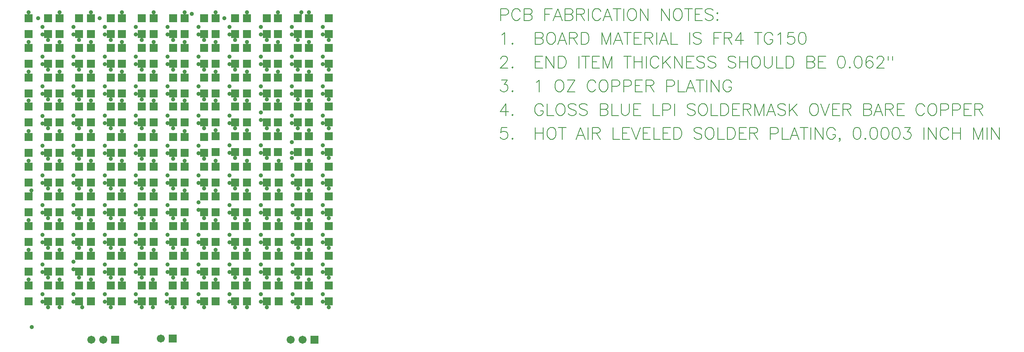
<source format=gts>
G04 CAM350 V10.1.0 (Build 363) Date:  Mon Jun 15 21:36:37 2015 *
G04 Database: (Untitled) *
G04 Layer 12: PCB1.GTS *
%FSLAX25Y25*%
%MOIN*%
%SFA1.000B1.000*%

%MIA0B0*%
%IPPOS*%
%ADD47R,0.06800X0.06800*%
%ADD48R,0.06706X0.06706*%
%ADD49C,0.06706*%
%ADD50C,0.03600*%
%ADD53C,0.00800*%
%LNPCB1.GTS*%
%LPD*%
G54D47*
X360733Y235800D03*
X377268D03*
Y249200D03*
X360733D03*
Y274200D03*
X377268D03*
Y260800D03*
X360733D03*
Y285800D03*
X377268D03*
Y299200D03*
X360733D03*
Y324200D03*
X377268D03*
Y310800D03*
X360733D03*
Y335800D03*
X377268D03*
Y349200D03*
X360733D03*
Y374700D03*
X377268D03*
Y361300D03*
X360733D03*
Y386300D03*
X377268D03*
Y399700D03*
X360733D03*
Y424200D03*
X377268D03*
Y410800D03*
X360733D03*
Y435800D03*
X377268D03*
Y449200D03*
X360733D03*
Y474200D03*
X377268D03*
Y460800D03*
X360733D03*
X335233Y235800D03*
X351768D03*
Y249200D03*
X335233D03*
Y274200D03*
X351768D03*
Y260800D03*
X335233D03*
Y285800D03*
X351768D03*
Y299200D03*
X335233D03*
Y324200D03*
X351768D03*
Y310800D03*
X335233D03*
Y335800D03*
X351768D03*
Y349200D03*
X335233D03*
X334733Y374700D03*
X351268D03*
Y361300D03*
X334733D03*
Y386300D03*
X351268D03*
Y399700D03*
X334733D03*
Y424200D03*
X351268D03*
Y410800D03*
X334733D03*
Y435800D03*
X351268D03*
Y449200D03*
X334733D03*
Y474200D03*
X351268D03*
Y460800D03*
X334733D03*
X308733Y235800D03*
X325268D03*
Y249200D03*
X308733D03*
Y274200D03*
X325268D03*
Y260800D03*
X308733D03*
Y285800D03*
X325268D03*
Y299200D03*
X308733D03*
Y324200D03*
X325268D03*
Y310800D03*
X308733D03*
Y335800D03*
X325268D03*
Y349200D03*
X308733D03*
Y374700D03*
X325268D03*
Y361300D03*
X308733D03*
Y386300D03*
X325268D03*
Y399700D03*
X308733D03*
Y424200D03*
X325268D03*
Y410800D03*
X308733D03*
Y435800D03*
X325268D03*
Y449200D03*
X308733D03*
Y474200D03*
X325268D03*
Y460800D03*
X308733D03*
X282233Y235800D03*
X298768D03*
Y249200D03*
X282233D03*
Y274200D03*
X298768D03*
Y260800D03*
X282233D03*
Y285800D03*
X298768D03*
Y299200D03*
X282233D03*
Y324200D03*
X298768D03*
Y310800D03*
X282233D03*
Y335800D03*
X298768D03*
Y349200D03*
X282233D03*
Y374700D03*
X298768D03*
Y361300D03*
X282233D03*
Y386300D03*
X298768D03*
Y399700D03*
X282233D03*
Y424200D03*
X298768D03*
Y410800D03*
X282233D03*
Y435800D03*
X298768D03*
Y449200D03*
X282233D03*
Y474200D03*
X298768D03*
Y460800D03*
X282233D03*
X256233Y235800D03*
X272768D03*
Y249200D03*
X256233D03*
Y274200D03*
X272768D03*
Y260800D03*
X256233D03*
Y285800D03*
X272768D03*
Y299200D03*
X256233D03*
Y324200D03*
X272768D03*
Y310800D03*
X256233D03*
Y335800D03*
X272768D03*
Y349200D03*
X256233D03*
Y374200D03*
X272768D03*
Y360800D03*
X256233D03*
Y386300D03*
X272768D03*
Y399700D03*
X256233D03*
Y424200D03*
X272768D03*
Y410800D03*
X256233D03*
Y435800D03*
X272768D03*
Y449200D03*
X256233D03*
Y474200D03*
X272768D03*
Y460800D03*
X256233D03*
X229733Y235800D03*
X246268D03*
Y249200D03*
X229733D03*
X230233Y274200D03*
X246768D03*
Y260800D03*
X230233D03*
Y285800D03*
X246768D03*
Y299200D03*
X230233D03*
Y324200D03*
X246768D03*
Y310800D03*
X230233D03*
Y335800D03*
X246768D03*
Y349200D03*
X230233D03*
Y374200D03*
X246768D03*
Y360800D03*
X230233D03*
Y386300D03*
X246768D03*
Y399700D03*
X230233D03*
Y424200D03*
X246768D03*
Y410800D03*
X230233D03*
Y435800D03*
X246768D03*
Y449200D03*
X230233D03*
Y474200D03*
X246768D03*
Y460800D03*
X230233D03*
X203733Y235800D03*
X220268D03*
Y249200D03*
X203733D03*
Y274200D03*
X220268D03*
Y260800D03*
X203733D03*
Y285800D03*
X220268D03*
Y299200D03*
X203733D03*
Y324200D03*
X220268D03*
Y310800D03*
X203733D03*
Y335800D03*
X220268D03*
Y349200D03*
X203733D03*
Y374200D03*
X220268D03*
Y360800D03*
X203733D03*
Y386300D03*
X220268D03*
Y399700D03*
X203733D03*
Y424200D03*
X220268D03*
Y410800D03*
X203733D03*
Y435800D03*
X220268D03*
Y449200D03*
X203733D03*
Y474200D03*
X220268D03*
Y460800D03*
X203733D03*
X177733Y235800D03*
X194268D03*
Y249200D03*
X177733D03*
Y274200D03*
X194268D03*
Y260800D03*
X177733D03*
Y285800D03*
X194268D03*
Y299200D03*
X177733D03*
Y324200D03*
X194268D03*
Y310800D03*
X177733D03*
Y335800D03*
X194268D03*
Y349200D03*
X177733D03*
Y374200D03*
X194268D03*
Y360800D03*
X177733D03*
Y386300D03*
X194268D03*
Y399700D03*
X177733D03*
Y424200D03*
X194268D03*
Y410800D03*
X177733D03*
Y435800D03*
X194268D03*
Y449200D03*
X177733D03*
Y474200D03*
X194268D03*
Y460800D03*
X177733D03*
X151233Y235800D03*
X167768D03*
Y249200D03*
X151233D03*
Y274200D03*
X167768D03*
Y260800D03*
X151233D03*
Y285800D03*
X167768D03*
Y299200D03*
X151233D03*
Y324200D03*
X167768D03*
Y310800D03*
X151233D03*
Y335800D03*
X167768D03*
Y349200D03*
X151233D03*
Y374200D03*
X167768D03*
Y360800D03*
X151233D03*
Y386300D03*
X167768D03*
Y399700D03*
X151233D03*
Y424200D03*
X167768D03*
Y410800D03*
X151233D03*
Y435800D03*
X167768D03*
Y449200D03*
X151233D03*
Y474200D03*
X167768D03*
Y460800D03*
X151233D03*
X125233Y235800D03*
X141768D03*
Y249200D03*
X125233D03*
Y274200D03*
X141768D03*
Y260800D03*
X125233D03*
Y285800D03*
X141768D03*
Y299200D03*
X125233D03*
Y324200D03*
X141768D03*
Y310800D03*
X125233D03*
Y335800D03*
X141768D03*
Y349200D03*
X125233D03*
Y374200D03*
X141768D03*
Y360800D03*
X125233D03*
Y386300D03*
X141768D03*
Y399700D03*
X125233D03*
Y424200D03*
X141768D03*
Y410800D03*
X125233D03*
Y435800D03*
X141768D03*
Y449200D03*
X125233D03*
Y474200D03*
X141768D03*
Y460800D03*
X125233D03*
G54D48*
X246500Y204500D03*
X198000Y203500D03*
X365500D03*
G54D49*
X236500Y204500D03*
X188000Y203500D03*
X178000D03*
X345500D03*
X355500D03*
G54D50*
X354400Y479100D03*
X308700Y230900D03*
X256200D03*
X289600Y474200D03*
X262500Y477800D03*
X229700Y230900D03*
X185100Y474200D03*
X151233Y230900D03*
X170268D03*
X127733Y329100D03*
X133300Y474200D03*
X162869Y262850D03*
Y269150D03*
X267869Y312850D03*
Y319150D03*
X320369Y388350D03*
Y394650D03*
X346268Y356400D03*
X346369Y369650D03*
X136869Y235350D03*
X141768Y230900D03*
X162869Y235350D03*
X136869Y260350D03*
X141768Y255900D03*
X189369Y235350D03*
X167768Y255900D03*
X136869Y285350D03*
X194268Y230900D03*
X141768Y280900D03*
X189369Y260350D03*
X162869Y285350D03*
X194268Y255900D03*
X215369Y235350D03*
X167768Y280900D03*
X220268Y230900D03*
X136869Y310350D03*
X189369Y285350D03*
X141768Y305900D03*
X215369Y260350D03*
X194268Y280900D03*
X162869Y310350D03*
X220268Y255900D03*
X167768Y305900D03*
X241369Y235350D03*
X215369Y285350D03*
X189369Y310350D03*
X246268Y230900D03*
X136869Y335350D03*
X241869Y260350D03*
X141768Y330900D03*
X220268Y280900D03*
X194268Y305900D03*
X162869Y335350D03*
X246768Y255900D03*
X167768Y330900D03*
X215369Y310350D03*
X267869Y235350D03*
X241869Y285350D03*
X189369Y335350D03*
X220268Y305900D03*
X272768Y230900D03*
X246768Y280900D03*
X136869Y360350D03*
X194268Y330900D03*
X267869Y260350D03*
X141768Y355900D03*
X162869Y360350D03*
X241869Y310350D03*
X272768Y255900D03*
X215369Y335350D03*
X167768Y355900D03*
X267869Y285350D03*
X246768Y305900D03*
X220268Y330900D03*
X293869Y235350D03*
X189369Y360350D03*
X272768Y280900D03*
X194268Y355900D03*
X298768Y230900D03*
X293869Y260350D03*
X136869Y385350D03*
X241869Y335350D03*
X141768Y381400D03*
X215369Y360350D03*
X162869Y385850D03*
X246768Y330900D03*
X298768Y255900D03*
X167768Y381400D03*
X272768Y305900D03*
X220268Y355900D03*
X293869Y285350D03*
X189369Y385850D03*
X320369Y235350D03*
X298768Y280900D03*
X267869Y335350D03*
X194268Y381400D03*
X241869Y360350D03*
X293869Y310350D03*
X320369Y260350D03*
X136869Y410350D03*
X325268Y230900D03*
X141768Y405900D03*
X272768Y330900D03*
X246768Y355900D03*
X215369Y385850D03*
X162869Y410350D03*
X298768Y305900D03*
X220268Y381400D03*
X325268Y255900D03*
X167768Y405900D03*
X320369Y285350D03*
X267869Y360350D03*
X189369Y410350D03*
X293869Y335350D03*
X241869Y385850D03*
X346869Y235350D03*
X194268Y405900D03*
X325268Y280900D03*
X272768Y355900D03*
X298768Y330900D03*
X320369Y310350D03*
X246768Y381400D03*
X215369Y410350D03*
X136869Y435350D03*
X346869Y260350D03*
X351768Y230900D03*
X141768Y430900D03*
X220268Y405900D03*
X162869Y435350D03*
X325268Y305900D03*
X293869Y360850D03*
X267869Y385850D03*
X167768Y430900D03*
X351768Y255900D03*
X346869Y285350D03*
X320369Y335350D03*
X189369Y435350D03*
X241869Y410350D03*
X272768Y381400D03*
X298768Y356400D03*
X194268Y430900D03*
X351768Y280900D03*
X372369Y235350D03*
X246768Y405900D03*
X325268Y330900D03*
X346869Y310350D03*
X215369Y435350D03*
X372369Y260350D03*
X136869Y460350D03*
X293869Y385850D03*
X377268Y230900D03*
X141768Y455900D03*
X220268Y430900D03*
X320369Y360850D03*
X267869Y410350D03*
X351768Y305900D03*
X162869Y460350D03*
X298768Y381400D03*
X167768Y455900D03*
X372369Y285350D03*
X377268Y255900D03*
X272768Y405900D03*
X346869Y335350D03*
X325268Y356400D03*
X241869Y435350D03*
X189369Y460350D03*
X246768Y430900D03*
X194268Y455900D03*
X351768Y330900D03*
X377268Y280900D03*
X372369Y310350D03*
X293869Y410350D03*
X215369Y460350D03*
X346369Y360850D03*
X267869Y435350D03*
X298768Y405900D03*
X220268Y455900D03*
X325268Y381400D03*
X377268Y305900D03*
X272768Y430900D03*
X372369Y335350D03*
X241869Y460350D03*
X320369Y410350D03*
X246768Y455900D03*
X377268Y330900D03*
X293869Y435350D03*
X346369Y385850D03*
X325268Y405900D03*
X372369Y360850D03*
X298768Y430900D03*
X267869Y460350D03*
X351268Y381400D03*
X272768Y455900D03*
X377268Y356400D03*
X346369Y410350D03*
X320369Y435350D03*
X372369Y385850D03*
X293869Y460350D03*
X325268Y430900D03*
X351268Y405900D03*
X298768Y455900D03*
X377268Y381400D03*
X346369Y435350D03*
X372369Y410350D03*
X320369Y460350D03*
X351268Y430900D03*
X325268Y455900D03*
X377268Y405900D03*
X372369Y435350D03*
X346369Y460350D03*
X351268Y455900D03*
X377268Y430900D03*
X372369Y460350D03*
X377268Y455900D03*
X128175Y214000D03*
X136869Y241650D03*
X125233Y254100D03*
X162869Y241650D03*
X151233Y254100D03*
X136869Y266650D03*
X125233Y279100D03*
X177733Y254100D03*
X189369Y241650D03*
X151233Y279100D03*
X136869Y291650D03*
X125233Y304100D03*
X189369Y266650D03*
X177733Y279100D03*
X203733Y254100D03*
X162869Y291650D03*
X215369Y241650D03*
X151233Y304100D03*
X136869Y316650D03*
X203733Y279100D03*
X189369Y291650D03*
X215369Y266650D03*
X177733Y304100D03*
X229733Y254100D03*
X162869Y316650D03*
X241369Y241650D03*
X151233Y329100D03*
X215369Y291650D03*
X203733Y304100D03*
X230233Y279100D03*
X189369Y316650D03*
X241869Y266650D03*
X136869Y341650D03*
X177733Y329100D03*
X125233Y354100D03*
X256233Y254100D03*
X162869Y341650D03*
X267869Y241650D03*
X151233Y354100D03*
X215369Y316650D03*
X230233Y304100D03*
X203733Y329100D03*
X241869Y291650D03*
X189369Y341650D03*
X256233Y279100D03*
X267869Y266650D03*
X177733Y354100D03*
X136869Y366650D03*
X125233Y379100D03*
X241869Y316650D03*
X230233Y329100D03*
X282233Y254100D03*
X162869Y366650D03*
X215369Y341650D03*
X256233Y304100D03*
X203733Y354100D03*
X267869Y291650D03*
X293869Y241650D03*
X151233Y379100D03*
X189369Y366650D03*
X282233Y279100D03*
X177733Y379100D03*
X293869Y266650D03*
X136869Y391650D03*
X241869Y341650D03*
X256233Y329100D03*
X230233Y354100D03*
X215369Y366650D03*
X282233Y304100D03*
X162869Y392150D03*
X125233Y404600D03*
X308733Y254100D03*
X203733Y379100D03*
X293869Y291650D03*
X151233Y404600D03*
X320369Y241650D03*
X189369Y392150D03*
X308733Y279100D03*
X256233Y354100D03*
X267869Y341650D03*
X177733Y404600D03*
X241869Y366650D03*
X282233Y329100D03*
X320369Y266650D03*
X230233Y379100D03*
X293869Y316650D03*
X136869Y416650D03*
X215369Y392150D03*
X308733Y304100D03*
X203733Y404600D03*
X162869Y416650D03*
X125233Y429100D03*
X320369Y291650D03*
X335233Y254100D03*
X151233Y429100D03*
X267869Y366650D03*
X282233Y354100D03*
X256233Y379100D03*
X293869Y341650D03*
X346869Y241650D03*
X189369Y416650D03*
X241869Y392150D03*
X335233Y279100D03*
X308733Y329100D03*
X230233Y404600D03*
X177733Y429100D03*
X320369Y316650D03*
X346869Y266650D03*
X215369Y416650D03*
X136869Y441650D03*
X335233Y304100D03*
X203733Y429100D03*
X162869Y441650D03*
X282233Y379600D03*
X293869Y367150D03*
X346869Y291650D03*
X125233Y454100D03*
X267869Y392150D03*
X308733Y354100D03*
X360733Y254100D03*
X256233Y404600D03*
X320369Y341650D03*
X151233Y454100D03*
X241869Y416650D03*
X189369Y441650D03*
X372369Y241650D03*
X335233Y329100D03*
X230233Y429100D03*
X360733Y279100D03*
X346869Y316650D03*
X177733Y454100D03*
X372369Y266650D03*
X215369Y441650D03*
X293869Y392150D03*
X282233Y404600D03*
X308733Y379600D03*
X136869Y466650D03*
X320369Y367150D03*
X360733Y304100D03*
X203733Y454100D03*
X267869Y416650D03*
X256233Y429100D03*
X335233Y354100D03*
X372369Y291650D03*
X162869Y466650D03*
X346869Y341650D03*
X125233Y479100D03*
X241869Y441650D03*
X151233Y479100D03*
X189369Y466650D03*
X360733Y329100D03*
X230233Y454100D03*
X372369Y316650D03*
X177733Y479100D03*
X308733Y404600D03*
X293869Y416650D03*
X282233Y429100D03*
X334733Y379600D03*
X215369Y466650D03*
X267869Y441650D03*
X360733Y354100D03*
X256233Y454100D03*
X203733Y479100D03*
X372369Y341650D03*
X241869Y466650D03*
X320369Y416650D03*
X230233Y479100D03*
X308733Y429100D03*
X334733Y404600D03*
X346369Y392150D03*
X293869Y441650D03*
X282233Y454100D03*
X360733Y379600D03*
X372369Y367150D03*
X267869Y466650D03*
X256233Y479100D03*
X334733Y429100D03*
X346369Y416650D03*
X320369Y441650D03*
X308733Y454100D03*
X360733Y404600D03*
X372369Y392150D03*
X293869Y466650D03*
X282233Y479100D03*
X346369Y441650D03*
X334733Y454100D03*
X360733Y429100D03*
X372369Y416650D03*
X320369Y466650D03*
X308733Y479100D03*
X360733Y454100D03*
X372369Y441650D03*
X346369Y466650D03*
X334733Y479100D03*
X372369Y466650D03*
X360733Y479100D03*
G54D53*
G01X521755Y482064D02*
Y472220D01*
Y482064D02*
X525974D01*
X527380Y481595D01*
X527849Y481126D01*
X528317Y480189D01*
Y478782D01*
X527849Y477845D01*
X527380Y477376D01*
X525974Y476907D01*
X521755D01*
X538161Y479720D02*
X537692Y480657D01*
X536755Y481595D01*
X535817Y482064D01*
X533942D01*
X533005Y481595D01*
X532067Y480657D01*
X531599Y479720D01*
X531130Y478314D01*
Y475970D01*
X531599Y474564D01*
X532067Y473626D01*
X533005Y472689D01*
X533942Y472220D01*
X535817D01*
X536755Y472689D01*
X537692Y473626D01*
X538161Y474564D01*
X541442Y482064D02*
Y472220D01*
Y482064D02*
X545661D01*
X547067Y481595D01*
X547536Y481126D01*
X548005Y480189D01*
Y479251D01*
X547536Y478314D01*
X547067Y477845D01*
X545661Y477376D01*
X541442D02*
X545661D01*
X547067Y476907D01*
X547536Y476439D01*
X548005Y475501D01*
Y474095D01*
X547536Y473157D01*
X547067Y472689D01*
X545661Y472220D01*
X541442D01*
X558786Y482064D02*
Y472220D01*
Y482064D02*
X564880D01*
X558786Y477376D02*
X562536D01*
X569567Y482064D02*
X565817Y472220D01*
X569567Y482064D02*
X573317Y472220D01*
X567224Y475501D02*
X571911D01*
X575661Y482064D02*
Y472220D01*
Y482064D02*
X579880D01*
X581286Y481595D01*
X581755Y481126D01*
X582224Y480189D01*
Y479251D01*
X581755Y478314D01*
X581286Y477845D01*
X579880Y477376D01*
X575661D02*
X579880D01*
X581286Y476907D01*
X581755Y476439D01*
X582224Y475501D01*
Y474095D01*
X581755Y473157D01*
X581286Y472689D01*
X579880Y472220D01*
X575661D01*
X585505Y482064D02*
Y472220D01*
Y482064D02*
X589724D01*
X591130Y481595D01*
X591599Y481126D01*
X592067Y480189D01*
Y479251D01*
X591599Y478314D01*
X591130Y477845D01*
X589724Y477376D01*
X585505D01*
X588786D02*
X592067Y472220D01*
X595349Y482064D02*
Y472220D01*
X605661Y479720D02*
X605192Y480657D01*
X604255Y481595D01*
X603317Y482064D01*
X601442D01*
X600505Y481595D01*
X599567Y480657D01*
X599099Y479720D01*
X598630Y478314D01*
Y475970D01*
X599099Y474564D01*
X599567Y473626D01*
X600505Y472689D01*
X601442Y472220D01*
X603317D01*
X604255Y472689D01*
X605192Y473626D01*
X605661Y474564D01*
X611286Y482064D02*
X607536Y472220D01*
X611286Y482064D02*
X615036Y472220D01*
X608942Y475501D02*
X613630D01*
X619255Y482064D02*
Y472220D01*
X615974Y482064D02*
X622536D01*
X624880D02*
Y472220D01*
X630974Y482064D02*
X630036Y481595D01*
X629099Y480657D01*
X628630Y479720D01*
X628161Y478314D01*
Y475970D01*
X628630Y474564D01*
X629099Y473626D01*
X630036Y472689D01*
X630974Y472220D01*
X632849D01*
X633786Y472689D01*
X634724Y473626D01*
X635192Y474564D01*
X635661Y475970D01*
Y478314D01*
X635192Y479720D01*
X634724Y480657D01*
X633786Y481595D01*
X632849Y482064D01*
X630974D01*
X638942D02*
Y472220D01*
Y482064D02*
X645505Y472220D01*
Y482064D02*
Y472220D01*
X656755Y482064D02*
Y472220D01*
Y482064D02*
X663317Y472220D01*
Y482064D02*
Y472220D01*
X669411Y482064D02*
X668474Y481595D01*
X667536Y480657D01*
X667067Y479720D01*
X666599Y478314D01*
Y475970D01*
X667067Y474564D01*
X667536Y473626D01*
X668474Y472689D01*
X669411Y472220D01*
X671286D01*
X672224Y472689D01*
X673161Y473626D01*
X673630Y474564D01*
X674099Y475970D01*
Y478314D01*
X673630Y479720D01*
X673161Y480657D01*
X672224Y481595D01*
X671286Y482064D01*
X669411D01*
X679255D02*
Y472220D01*
X675974Y482064D02*
X682536D01*
X684880D02*
Y472220D01*
Y482064D02*
X690974D01*
X684880Y477376D02*
X688630D01*
X684880Y472220D02*
X690974D01*
X699880Y480657D02*
X698942Y481595D01*
X697536Y482064D01*
X695661D01*
X694255Y481595D01*
X693317Y480657D01*
Y479720D01*
X693786Y478782D01*
X694255Y478314D01*
X695192Y477845D01*
X698005Y476907D01*
X698942Y476439D01*
X699411Y475970D01*
X699880Y475032D01*
Y473626D01*
X698942Y472689D01*
X697536Y472220D01*
X695661D01*
X694255Y472689D01*
X693317Y473626D01*
X703630Y478782D02*
X703161Y478314D01*
X703630Y477845D01*
X704099Y478314D01*
X703630Y478782D01*
Y473157D02*
X703161Y472689D01*
X703630Y472220D01*
X704099Y472689D01*
X703630Y473157D01*
X522692Y460189D02*
X523630Y460657D01*
X525036Y462064D01*
Y452220D01*
X531599Y453157D02*
X531130Y452689D01*
X531599Y452220D01*
X532067Y452689D01*
X531599Y453157D01*
X550817Y462064D02*
Y452220D01*
Y462064D02*
X555036D01*
X556442Y461595D01*
X556911Y461126D01*
X557380Y460189D01*
Y459251D01*
X556911Y458314D01*
X556442Y457845D01*
X555036Y457376D01*
X550817D02*
X555036D01*
X556442Y456907D01*
X556911Y456439D01*
X557380Y455501D01*
Y454095D01*
X556911Y453157D01*
X556442Y452689D01*
X555036Y452220D01*
X550817D01*
X563005Y462064D02*
X562067Y461595D01*
X561130Y460657D01*
X560661Y459720D01*
X560192Y458314D01*
Y455970D01*
X560661Y454564D01*
X561130Y453626D01*
X562067Y452689D01*
X563005Y452220D01*
X564880D01*
X565817Y452689D01*
X566755Y453626D01*
X567224Y454564D01*
X567692Y455970D01*
Y458314D01*
X567224Y459720D01*
X566755Y460657D01*
X565817Y461595D01*
X564880Y462064D01*
X563005D01*
X573317D02*
X569567Y452220D01*
X573317Y462064D02*
X577067Y452220D01*
X570974Y455501D02*
X575661D01*
X579411Y462064D02*
Y452220D01*
Y462064D02*
X583630D01*
X585036Y461595D01*
X585505Y461126D01*
X585974Y460189D01*
Y459251D01*
X585505Y458314D01*
X585036Y457845D01*
X583630Y457376D01*
X579411D01*
X582692D02*
X585974Y452220D01*
X589255Y462064D02*
Y452220D01*
Y462064D02*
X592536D01*
X593942Y461595D01*
X594880Y460657D01*
X595349Y459720D01*
X595817Y458314D01*
Y455970D01*
X595349Y454564D01*
X594880Y453626D01*
X593942Y452689D01*
X592536Y452220D01*
X589255D01*
X606599Y462064D02*
Y452220D01*
Y462064D02*
X610349Y452220D01*
X614099Y462064D02*
X610349Y452220D01*
X614099Y462064D02*
Y452220D01*
X620192Y462064D02*
X616442Y452220D01*
X620192Y462064D02*
X623942Y452220D01*
X617849Y455501D02*
X622536D01*
X628161Y462064D02*
Y452220D01*
X624880Y462064D02*
X631442D01*
X633786D02*
Y452220D01*
Y462064D02*
X639880D01*
X633786Y457376D02*
X637536D01*
X633786Y452220D02*
X639880D01*
X642692Y462064D02*
Y452220D01*
Y462064D02*
X646911D01*
X648317Y461595D01*
X648786Y461126D01*
X649255Y460189D01*
Y459251D01*
X648786Y458314D01*
X648317Y457845D01*
X646911Y457376D01*
X642692D01*
X645974D02*
X649255Y452220D01*
X652536Y462064D02*
Y452220D01*
X658630Y462064D02*
X654880Y452220D01*
X658630Y462064D02*
X662380Y452220D01*
X656286Y455501D02*
X660974D01*
X664724Y462064D02*
Y452220D01*
Y452220D02*
X670349D01*
X680192Y462064D02*
Y452220D01*
X690036Y460657D02*
X689099Y461595D01*
X687692Y462064D01*
X685817D01*
X684411Y461595D01*
X683474Y460657D01*
Y459720D01*
X683942Y458782D01*
X684411Y458314D01*
X685349Y457845D01*
X688161Y456907D01*
X689099Y456439D01*
X689567Y455970D01*
X690036Y455032D01*
Y453626D01*
X689099Y452689D01*
X687692Y452220D01*
X685817D01*
X684411Y452689D01*
X683474Y453626D01*
X700817Y462064D02*
Y452220D01*
Y462064D02*
X706911D01*
X700817Y457376D02*
X704567D01*
X709255Y462064D02*
Y452220D01*
Y462064D02*
X713474D01*
X714880Y461595D01*
X715349Y461126D01*
X715817Y460189D01*
Y459251D01*
X715349Y458314D01*
X714880Y457845D01*
X713474Y457376D01*
X709255D01*
X712536D02*
X715817Y452220D01*
X723317Y462064D02*
X718630Y455501D01*
X725661D01*
X723317Y462064D02*
Y452220D01*
X737849Y462064D02*
Y452220D01*
X734567Y462064D02*
X741130D01*
X750036Y459720D02*
X749567Y460657D01*
X748630Y461595D01*
X747692Y462064D01*
X745817D01*
X744880Y461595D01*
X743942Y460657D01*
X743474Y459720D01*
X743005Y458314D01*
Y455970D01*
X743474Y454564D01*
X743942Y453626D01*
X744880Y452689D01*
X745817Y452220D01*
X747692D01*
X748630Y452689D01*
X749567Y453626D01*
X750036Y454564D01*
Y455970D01*
X747692D02*
X750036D01*
X754255Y460189D02*
X755192Y460657D01*
X756599Y462064D01*
Y452220D01*
X767849Y462064D02*
X763161D01*
X762692Y457845D01*
X763161Y458314D01*
X764567Y458782D01*
X765974D01*
X767380Y458314D01*
X768317Y457376D01*
X768786Y455970D01*
Y455032D01*
X768317Y453626D01*
X767380Y452689D01*
X765974Y452220D01*
X764567D01*
X763161Y452689D01*
X762692Y453157D01*
X762224Y454095D01*
X774411Y462064D02*
X773005Y461595D01*
X772067Y460189D01*
X771599Y457845D01*
Y456439D01*
X772067Y454095D01*
X773005Y452689D01*
X774411Y452220D01*
X775349D01*
X776755Y452689D01*
X777692Y454095D01*
X778161Y456439D01*
Y457845D01*
X777692Y460189D01*
X776755Y461595D01*
X775349Y462064D01*
X774411D01*
X521755Y439720D02*
Y440189D01*
X522224Y441126D01*
X522692Y441595D01*
X523630Y442064D01*
X525505D01*
X526442Y441595D01*
X526911Y441126D01*
X527380Y440189D01*
Y439251D01*
X526911Y438314D01*
X525974Y436907D01*
X521286Y432220D01*
X527849D01*
X531599Y433157D02*
X531130Y432689D01*
X531599Y432220D01*
X532067Y432689D01*
X531599Y433157D01*
X550817Y442064D02*
Y432220D01*
Y442064D02*
X556911D01*
X550817Y437376D02*
X554567D01*
X550817Y432220D02*
X556911D01*
X559724Y442064D02*
Y432220D01*
Y442064D02*
X566286Y432220D01*
Y442064D02*
Y432220D01*
X570036Y442064D02*
Y432220D01*
Y442064D02*
X573317D01*
X574724Y441595D01*
X575661Y440657D01*
X576130Y439720D01*
X576599Y438314D01*
Y435970D01*
X576130Y434564D01*
X575661Y433626D01*
X574724Y432689D01*
X573317Y432220D01*
X570036D01*
X587380Y442064D02*
Y432220D01*
X593005Y442064D02*
Y432220D01*
X589724Y442064D02*
X596286D01*
X598630D02*
Y432220D01*
Y442064D02*
X604724D01*
X598630Y437376D02*
X602380D01*
X598630Y432220D02*
X604724D01*
X607536Y442064D02*
Y432220D01*
Y442064D02*
X611286Y432220D01*
X615036Y442064D02*
X611286Y432220D01*
X615036Y442064D02*
Y432220D01*
X628161Y442064D02*
Y432220D01*
X624880Y442064D02*
X631442D01*
X633786D02*
Y432220D01*
X640349Y442064D02*
Y432220D01*
X633786Y437376D02*
X640349D01*
X644099Y442064D02*
Y432220D01*
X654411Y439720D02*
X653942Y440657D01*
X653005Y441595D01*
X652067Y442064D01*
X650192D01*
X649255Y441595D01*
X648317Y440657D01*
X647849Y439720D01*
X647380Y438314D01*
Y435970D01*
X647849Y434564D01*
X648317Y433626D01*
X649255Y432689D01*
X650192Y432220D01*
X652067D01*
X653005Y432689D01*
X653942Y433626D01*
X654411Y434564D01*
X657692Y442064D02*
Y432220D01*
X664255Y442064D02*
X657692Y435501D01*
X660036Y437845D02*
X664255Y432220D01*
X667536Y442064D02*
Y432220D01*
Y442064D02*
X674099Y432220D01*
Y442064D02*
Y432220D01*
X677849Y442064D02*
Y432220D01*
Y442064D02*
X683942D01*
X677849Y437376D02*
X681599D01*
X677849Y432220D02*
X683942D01*
X692849Y440657D02*
X691911Y441595D01*
X690505Y442064D01*
X688630D01*
X687224Y441595D01*
X686286Y440657D01*
Y439720D01*
X686755Y438782D01*
X687224Y438314D01*
X688161Y437845D01*
X690974Y436907D01*
X691911Y436439D01*
X692380Y435970D01*
X692849Y435032D01*
Y433626D01*
X691911Y432689D01*
X690505Y432220D01*
X688630D01*
X687224Y432689D01*
X686286Y433626D01*
X702224Y440657D02*
X701286Y441595D01*
X699880Y442064D01*
X698005D01*
X696599Y441595D01*
X695661Y440657D01*
Y439720D01*
X696130Y438782D01*
X696599Y438314D01*
X697536Y437845D01*
X700349Y436907D01*
X701286Y436439D01*
X701755Y435970D01*
X702224Y435032D01*
Y433626D01*
X701286Y432689D01*
X699880Y432220D01*
X698005D01*
X696599Y432689D01*
X695661Y433626D01*
X719099Y440657D02*
X718161Y441595D01*
X716755Y442064D01*
X714880D01*
X713474Y441595D01*
X712536Y440657D01*
Y439720D01*
X713005Y438782D01*
X713474Y438314D01*
X714411Y437845D01*
X717224Y436907D01*
X718161Y436439D01*
X718630Y435970D01*
X719099Y435032D01*
Y433626D01*
X718161Y432689D01*
X716755Y432220D01*
X714880D01*
X713474Y432689D01*
X712536Y433626D01*
X722380Y442064D02*
Y432220D01*
X728942Y442064D02*
Y432220D01*
X722380Y437376D02*
X728942D01*
X735036Y442064D02*
X734099Y441595D01*
X733161Y440657D01*
X732692Y439720D01*
X732224Y438314D01*
Y435970D01*
X732692Y434564D01*
X733161Y433626D01*
X734099Y432689D01*
X735036Y432220D01*
X736911D01*
X737849Y432689D01*
X738786Y433626D01*
X739255Y434564D01*
X739724Y435970D01*
Y438314D01*
X739255Y439720D01*
X738786Y440657D01*
X737849Y441595D01*
X736911Y442064D01*
X735036D01*
X743005D02*
Y435032D01*
X743474Y433626D01*
X744411Y432689D01*
X745817Y432220D01*
X746755D01*
X748161Y432689D01*
X749099Y433626D01*
X749567Y435032D01*
Y442064D01*
X753317D02*
Y432220D01*
Y432220D02*
X758942D01*
X761286Y442064D02*
Y432220D01*
Y442064D02*
X764567D01*
X765974Y441595D01*
X766911Y440657D01*
X767380Y439720D01*
X767849Y438314D01*
Y435970D01*
X767380Y434564D01*
X766911Y433626D01*
X765974Y432689D01*
X764567Y432220D01*
X761286D01*
X778630Y442064D02*
Y432220D01*
Y442064D02*
X782849D01*
X784255Y441595D01*
X784724Y441126D01*
X785192Y440189D01*
Y439251D01*
X784724Y438314D01*
X784255Y437845D01*
X782849Y437376D01*
X778630D02*
X782849D01*
X784255Y436907D01*
X784724Y436439D01*
X785192Y435501D01*
Y434095D01*
X784724Y433157D01*
X784255Y432689D01*
X782849Y432220D01*
X778630D01*
X788474Y442064D02*
Y432220D01*
Y442064D02*
X794567D01*
X788474Y437376D02*
X792224D01*
X788474Y432220D02*
X794567D01*
X807224Y442064D02*
X805817Y441595D01*
X804880Y440189D01*
X804411Y437845D01*
Y436439D01*
X804880Y434095D01*
X805817Y432689D01*
X807224Y432220D01*
X808161D01*
X809567Y432689D01*
X810505Y434095D01*
X810974Y436439D01*
Y437845D01*
X810505Y440189D01*
X809567Y441595D01*
X808161Y442064D01*
X807224D01*
X814724Y433157D02*
X814255Y432689D01*
X814724Y432220D01*
X815192Y432689D01*
X814724Y433157D01*
X821286Y442064D02*
X819880Y441595D01*
X818942Y440189D01*
X818474Y437845D01*
Y436439D01*
X818942Y434095D01*
X819880Y432689D01*
X821286Y432220D01*
X822224D01*
X823630Y432689D01*
X824567Y434095D01*
X825036Y436439D01*
Y437845D01*
X824567Y440189D01*
X823630Y441595D01*
X822224Y442064D01*
X821286D01*
X833942Y440657D02*
X833474Y441595D01*
X832067Y442064D01*
X831130D01*
X829724Y441595D01*
X828786Y440189D01*
X828317Y437845D01*
Y435501D01*
X828786Y433626D01*
X829724Y432689D01*
X831130Y432220D01*
X831599D01*
X833005Y432689D01*
X833942Y433626D01*
X834411Y435032D01*
Y435501D01*
X833942Y436907D01*
X833005Y437845D01*
X831599Y438314D01*
X831130D01*
X829724Y437845D01*
X828786Y436907D01*
X828317Y435501D01*
X837692Y439720D02*
Y440189D01*
X838161Y441126D01*
X838630Y441595D01*
X839567Y442064D01*
X841442D01*
X842380Y441595D01*
X842849Y441126D01*
X843317Y440189D01*
Y439251D01*
X842849Y438314D01*
X841911Y436907D01*
X837224Y432220D01*
X843786D01*
X847067Y442064D02*
Y438782D01*
X850817Y442064D02*
Y438782D01*
X522224Y422064D02*
X527380D01*
X524567Y418314D01*
X525974D01*
X526911Y417845D01*
X527380Y417376D01*
X527849Y415970D01*
Y415032D01*
X527380Y413626D01*
X526442Y412689D01*
X525036Y412220D01*
X523630D01*
X522224Y412689D01*
X521755Y413157D01*
X521286Y414095D01*
X531599Y413157D02*
X531130Y412689D01*
X531599Y412220D01*
X532067Y412689D01*
X531599Y413157D01*
X551755Y420189D02*
X552692Y420657D01*
X554099Y422064D01*
Y412220D01*
X570036Y422064D02*
X569099Y421595D01*
X568161Y420657D01*
X567692Y419720D01*
X567224Y418314D01*
Y415970D01*
X567692Y414564D01*
X568161Y413626D01*
X569099Y412689D01*
X570036Y412220D01*
X571911D01*
X572849Y412689D01*
X573786Y413626D01*
X574255Y414564D01*
X574724Y415970D01*
Y418314D01*
X574255Y419720D01*
X573786Y420657D01*
X572849Y421595D01*
X571911Y422064D01*
X570036D01*
X584099D02*
X577536Y412220D01*
Y422064D02*
X584099D01*
X577536Y412220D02*
X584099D01*
X601442Y419720D02*
X600974Y420657D01*
X600036Y421595D01*
X599099Y422064D01*
X597224D01*
X596286Y421595D01*
X595349Y420657D01*
X594880Y419720D01*
X594411Y418314D01*
Y415970D01*
X594880Y414564D01*
X595349Y413626D01*
X596286Y412689D01*
X597224Y412220D01*
X599099D01*
X600036Y412689D01*
X600974Y413626D01*
X601442Y414564D01*
X607067Y422064D02*
X606130Y421595D01*
X605192Y420657D01*
X604724Y419720D01*
X604255Y418314D01*
Y415970D01*
X604724Y414564D01*
X605192Y413626D01*
X606130Y412689D01*
X607067Y412220D01*
X608942D01*
X609880Y412689D01*
X610817Y413626D01*
X611286Y414564D01*
X611755Y415970D01*
Y418314D01*
X611286Y419720D01*
X610817Y420657D01*
X609880Y421595D01*
X608942Y422064D01*
X607067D01*
X615036D02*
Y412220D01*
Y422064D02*
X619255D01*
X620661Y421595D01*
X621130Y421126D01*
X621599Y420189D01*
Y418782D01*
X621130Y417845D01*
X620661Y417376D01*
X619255Y416907D01*
X615036D01*
X624880Y422064D02*
Y412220D01*
Y422064D02*
X629099D01*
X630505Y421595D01*
X630974Y421126D01*
X631442Y420189D01*
Y418782D01*
X630974Y417845D01*
X630505Y417376D01*
X629099Y416907D01*
X624880D01*
X634724Y422064D02*
Y412220D01*
Y422064D02*
X640817D01*
X634724Y417376D02*
X638474D01*
X634724Y412220D02*
X640817D01*
X643630Y422064D02*
Y412220D01*
Y422064D02*
X647849D01*
X649255Y421595D01*
X649724Y421126D01*
X650192Y420189D01*
Y419251D01*
X649724Y418314D01*
X649255Y417845D01*
X647849Y417376D01*
X643630D01*
X646911D02*
X650192Y412220D01*
X660974Y422064D02*
Y412220D01*
Y422064D02*
X665192D01*
X666599Y421595D01*
X667067Y421126D01*
X667536Y420189D01*
Y418782D01*
X667067Y417845D01*
X666599Y417376D01*
X665192Y416907D01*
X660974D01*
X670817Y422064D02*
Y412220D01*
Y412220D02*
X676442D01*
X681130Y422064D02*
X677380Y412220D01*
X681130Y422064D02*
X684880Y412220D01*
X678786Y415501D02*
X683474D01*
X689099Y422064D02*
Y412220D01*
X685817Y422064D02*
X692380D01*
X694724D02*
Y412220D01*
X698474Y422064D02*
Y412220D01*
Y422064D02*
X705036Y412220D01*
Y422064D02*
Y412220D01*
X715349Y419720D02*
X714880Y420657D01*
X713942Y421595D01*
X713005Y422064D01*
X711130D01*
X710192Y421595D01*
X709255Y420657D01*
X708786Y419720D01*
X708317Y418314D01*
Y415970D01*
X708786Y414564D01*
X709255Y413626D01*
X710192Y412689D01*
X711130Y412220D01*
X713005D01*
X713942Y412689D01*
X714880Y413626D01*
X715349Y414564D01*
Y415970D01*
X713005D02*
X715349D01*
X525974Y402064D02*
X521286Y395501D01*
X528317D01*
X525974Y402064D02*
Y392220D01*
X531599Y393157D02*
X531130Y392689D01*
X531599Y392220D01*
X532067Y392689D01*
X531599Y393157D01*
X557380Y399720D02*
X556911Y400657D01*
X555974Y401595D01*
X555036Y402064D01*
X553161D01*
X552224Y401595D01*
X551286Y400657D01*
X550817Y399720D01*
X550349Y398314D01*
Y395970D01*
X550817Y394564D01*
X551286Y393626D01*
X552224Y392689D01*
X553161Y392220D01*
X555036D01*
X555974Y392689D01*
X556911Y393626D01*
X557380Y394564D01*
Y395970D01*
X555036D02*
X557380D01*
X560661Y402064D02*
Y392220D01*
Y392220D02*
X566286D01*
X570974Y402064D02*
X570036Y401595D01*
X569099Y400657D01*
X568630Y399720D01*
X568161Y398314D01*
Y395970D01*
X568630Y394564D01*
X569099Y393626D01*
X570036Y392689D01*
X570974Y392220D01*
X572849D01*
X573786Y392689D01*
X574724Y393626D01*
X575192Y394564D01*
X575661Y395970D01*
Y398314D01*
X575192Y399720D01*
X574724Y400657D01*
X573786Y401595D01*
X572849Y402064D01*
X570974D01*
X585036Y400657D02*
X584099Y401595D01*
X582692Y402064D01*
X580817D01*
X579411Y401595D01*
X578474Y400657D01*
Y399720D01*
X578942Y398782D01*
X579411Y398314D01*
X580349Y397845D01*
X583161Y396907D01*
X584099Y396439D01*
X584567Y395970D01*
X585036Y395032D01*
Y393626D01*
X584099Y392689D01*
X582692Y392220D01*
X580817D01*
X579411Y392689D01*
X578474Y393626D01*
X594411Y400657D02*
X593474Y401595D01*
X592067Y402064D01*
X590192D01*
X588786Y401595D01*
X587849Y400657D01*
Y399720D01*
X588317Y398782D01*
X588786Y398314D01*
X589724Y397845D01*
X592536Y396907D01*
X593474Y396439D01*
X593942Y395970D01*
X594411Y395032D01*
Y393626D01*
X593474Y392689D01*
X592067Y392220D01*
X590192D01*
X588786Y392689D01*
X587849Y393626D01*
X605192Y402064D02*
Y392220D01*
Y402064D02*
X609411D01*
X610817Y401595D01*
X611286Y401126D01*
X611755Y400189D01*
Y399251D01*
X611286Y398314D01*
X610817Y397845D01*
X609411Y397376D01*
X605192D02*
X609411D01*
X610817Y396907D01*
X611286Y396439D01*
X611755Y395501D01*
Y394095D01*
X611286Y393157D01*
X610817Y392689D01*
X609411Y392220D01*
X605192D01*
X615036Y402064D02*
Y392220D01*
Y392220D02*
X620661D01*
X623005Y402064D02*
Y395032D01*
X623474Y393626D01*
X624411Y392689D01*
X625817Y392220D01*
X626755D01*
X628161Y392689D01*
X629099Y393626D01*
X629567Y395032D01*
Y402064D01*
X633317D02*
Y392220D01*
Y402064D02*
X639411D01*
X633317Y397376D02*
X637067D01*
X633317Y392220D02*
X639411D01*
X649724Y402064D02*
Y392220D01*
Y392220D02*
X655349D01*
X657692Y402064D02*
Y392220D01*
Y402064D02*
X661911D01*
X663317Y401595D01*
X663786Y401126D01*
X664255Y400189D01*
Y398782D01*
X663786Y397845D01*
X663317Y397376D01*
X661911Y396907D01*
X657692D01*
X667536Y402064D02*
Y392220D01*
X684880Y400657D02*
X683942Y401595D01*
X682536Y402064D01*
X680661D01*
X679255Y401595D01*
X678317Y400657D01*
Y399720D01*
X678786Y398782D01*
X679255Y398314D01*
X680192Y397845D01*
X683005Y396907D01*
X683942Y396439D01*
X684411Y395970D01*
X684880Y395032D01*
Y393626D01*
X683942Y392689D01*
X682536Y392220D01*
X680661D01*
X679255Y392689D01*
X678317Y393626D01*
X690505Y402064D02*
X689567Y401595D01*
X688630Y400657D01*
X688161Y399720D01*
X687692Y398314D01*
Y395970D01*
X688161Y394564D01*
X688630Y393626D01*
X689567Y392689D01*
X690505Y392220D01*
X692380D01*
X693317Y392689D01*
X694255Y393626D01*
X694724Y394564D01*
X695192Y395970D01*
Y398314D01*
X694724Y399720D01*
X694255Y400657D01*
X693317Y401595D01*
X692380Y402064D01*
X690505D01*
X698474D02*
Y392220D01*
Y392220D02*
X704099D01*
X706442Y402064D02*
Y392220D01*
Y402064D02*
X709724D01*
X711130Y401595D01*
X712067Y400657D01*
X712536Y399720D01*
X713005Y398314D01*
Y395970D01*
X712536Y394564D01*
X712067Y393626D01*
X711130Y392689D01*
X709724Y392220D01*
X706442D01*
X716286Y402064D02*
Y392220D01*
Y402064D02*
X722380D01*
X716286Y397376D02*
X720036D01*
X716286Y392220D02*
X722380D01*
X725192Y402064D02*
Y392220D01*
Y402064D02*
X729411D01*
X730817Y401595D01*
X731286Y401126D01*
X731755Y400189D01*
Y399251D01*
X731286Y398314D01*
X730817Y397845D01*
X729411Y397376D01*
X725192D01*
X728474D02*
X731755Y392220D01*
X735036Y402064D02*
Y392220D01*
Y402064D02*
X738786Y392220D01*
X742536Y402064D02*
X738786Y392220D01*
X742536Y402064D02*
Y392220D01*
X748630Y402064D02*
X744880Y392220D01*
X748630Y402064D02*
X752380Y392220D01*
X746286Y395501D02*
X750974D01*
X760817Y400657D02*
X759880Y401595D01*
X758474Y402064D01*
X756599D01*
X755192Y401595D01*
X754255Y400657D01*
Y399720D01*
X754724Y398782D01*
X755192Y398314D01*
X756130Y397845D01*
X758942Y396907D01*
X759880Y396439D01*
X760349Y395970D01*
X760817Y395032D01*
Y393626D01*
X759880Y392689D01*
X758474Y392220D01*
X756599D01*
X755192Y392689D01*
X754255Y393626D01*
X764099Y402064D02*
Y392220D01*
X770661Y402064D02*
X764099Y395501D01*
X766442Y397845D02*
X770661Y392220D01*
X783786Y402064D02*
X782849Y401595D01*
X781911Y400657D01*
X781442Y399720D01*
X780974Y398314D01*
Y395970D01*
X781442Y394564D01*
X781911Y393626D01*
X782849Y392689D01*
X783786Y392220D01*
X785661D01*
X786599Y392689D01*
X787536Y393626D01*
X788005Y394564D01*
X788474Y395970D01*
Y398314D01*
X788005Y399720D01*
X787536Y400657D01*
X786599Y401595D01*
X785661Y402064D01*
X783786D01*
X790349D02*
X794099Y392220D01*
X797849Y402064D02*
X794099Y392220D01*
X800192Y402064D02*
Y392220D01*
Y402064D02*
X806286D01*
X800192Y397376D02*
X803942D01*
X800192Y392220D02*
X806286D01*
X809099Y402064D02*
Y392220D01*
Y402064D02*
X813317D01*
X814724Y401595D01*
X815192Y401126D01*
X815661Y400189D01*
Y399251D01*
X815192Y398314D01*
X814724Y397845D01*
X813317Y397376D01*
X809099D01*
X812380D02*
X815661Y392220D01*
X826442Y402064D02*
Y392220D01*
Y402064D02*
X830661D01*
X832067Y401595D01*
X832536Y401126D01*
X833005Y400189D01*
Y399251D01*
X832536Y398314D01*
X832067Y397845D01*
X830661Y397376D01*
X826442D02*
X830661D01*
X832067Y396907D01*
X832536Y396439D01*
X833005Y395501D01*
Y394095D01*
X832536Y393157D01*
X832067Y392689D01*
X830661Y392220D01*
X826442D01*
X838630Y402064D02*
X834880Y392220D01*
X838630Y402064D02*
X842380Y392220D01*
X836286Y395501D02*
X840974D01*
X844724Y402064D02*
Y392220D01*
Y402064D02*
X848942D01*
X850349Y401595D01*
X850817Y401126D01*
X851286Y400189D01*
Y399251D01*
X850817Y398314D01*
X850349Y397845D01*
X848942Y397376D01*
X844724D01*
X848005D02*
X851286Y392220D01*
X854567Y402064D02*
Y392220D01*
Y402064D02*
X860661D01*
X854567Y397376D02*
X858317D01*
X854567Y392220D02*
X860661D01*
X877536Y399720D02*
X877067Y400657D01*
X876130Y401595D01*
X875192Y402064D01*
X873317D01*
X872380Y401595D01*
X871442Y400657D01*
X870974Y399720D01*
X870505Y398314D01*
Y395970D01*
X870974Y394564D01*
X871442Y393626D01*
X872380Y392689D01*
X873317Y392220D01*
X875192D01*
X876130Y392689D01*
X877067Y393626D01*
X877536Y394564D01*
X883161Y402064D02*
X882224Y401595D01*
X881286Y400657D01*
X880817Y399720D01*
X880349Y398314D01*
Y395970D01*
X880817Y394564D01*
X881286Y393626D01*
X882224Y392689D01*
X883161Y392220D01*
X885036D01*
X885974Y392689D01*
X886911Y393626D01*
X887380Y394564D01*
X887849Y395970D01*
Y398314D01*
X887380Y399720D01*
X886911Y400657D01*
X885974Y401595D01*
X885036Y402064D01*
X883161D01*
X891130D02*
Y392220D01*
Y402064D02*
X895349D01*
X896755Y401595D01*
X897224Y401126D01*
X897692Y400189D01*
Y398782D01*
X897224Y397845D01*
X896755Y397376D01*
X895349Y396907D01*
X891130D01*
X900974Y402064D02*
Y392220D01*
Y402064D02*
X905192D01*
X906599Y401595D01*
X907067Y401126D01*
X907536Y400189D01*
Y398782D01*
X907067Y397845D01*
X906599Y397376D01*
X905192Y396907D01*
X900974D01*
X910817Y402064D02*
Y392220D01*
Y402064D02*
X916911D01*
X910817Y397376D02*
X914567D01*
X910817Y392220D02*
X916911D01*
X919724Y402064D02*
Y392220D01*
Y402064D02*
X923942D01*
X925349Y401595D01*
X925817Y401126D01*
X926286Y400189D01*
Y399251D01*
X925817Y398314D01*
X925349Y397845D01*
X923942Y397376D01*
X919724D01*
X923005D02*
X926286Y392220D01*
X526911Y382064D02*
X522224D01*
X521755Y377845D01*
X522224Y378314D01*
X523630Y378782D01*
X525036D01*
X526442Y378314D01*
X527380Y377376D01*
X527849Y375970D01*
Y375032D01*
X527380Y373626D01*
X526442Y372689D01*
X525036Y372220D01*
X523630D01*
X522224Y372689D01*
X521755Y373157D01*
X521286Y374095D01*
X531599Y373157D02*
X531130Y372689D01*
X531599Y372220D01*
X532067Y372689D01*
X531599Y373157D01*
X550817Y382064D02*
Y372220D01*
X557380Y382064D02*
Y372220D01*
X550817Y377376D02*
X557380D01*
X563474Y382064D02*
X562536Y381595D01*
X561599Y380657D01*
X561130Y379720D01*
X560661Y378314D01*
Y375970D01*
X561130Y374564D01*
X561599Y373626D01*
X562536Y372689D01*
X563474Y372220D01*
X565349D01*
X566286Y372689D01*
X567224Y373626D01*
X567692Y374564D01*
X568161Y375970D01*
Y378314D01*
X567692Y379720D01*
X567224Y380657D01*
X566286Y381595D01*
X565349Y382064D01*
X563474D01*
X573317D02*
Y372220D01*
X570036Y382064D02*
X576599D01*
X588786D02*
X585036Y372220D01*
X588786Y382064D02*
X592536Y372220D01*
X586442Y375501D02*
X591130D01*
X594880Y382064D02*
Y372220D01*
X598630Y382064D02*
Y372220D01*
Y382064D02*
X602849D01*
X604255Y381595D01*
X604724Y381126D01*
X605192Y380189D01*
Y379251D01*
X604724Y378314D01*
X604255Y377845D01*
X602849Y377376D01*
X598630D01*
X601911D02*
X605192Y372220D01*
X615974Y382064D02*
Y372220D01*
Y372220D02*
X621599D01*
X623942Y382064D02*
Y372220D01*
Y382064D02*
X630036D01*
X623942Y377376D02*
X627692D01*
X623942Y372220D02*
X630036D01*
X631442Y382064D02*
X635192Y372220D01*
X638942Y382064D02*
X635192Y372220D01*
X641286Y382064D02*
Y372220D01*
Y382064D02*
X647380D01*
X641286Y377376D02*
X645036D01*
X641286Y372220D02*
X647380D01*
X650192Y382064D02*
Y372220D01*
Y372220D02*
X655817D01*
X658161Y382064D02*
Y372220D01*
Y382064D02*
X664255D01*
X658161Y377376D02*
X661911D01*
X658161Y372220D02*
X664255D01*
X667067Y382064D02*
Y372220D01*
Y382064D02*
X670349D01*
X671755Y381595D01*
X672692Y380657D01*
X673161Y379720D01*
X673630Y378314D01*
Y375970D01*
X673161Y374564D01*
X672692Y373626D01*
X671755Y372689D01*
X670349Y372220D01*
X667067D01*
X690505Y380657D02*
X689567Y381595D01*
X688161Y382064D01*
X686286D01*
X684880Y381595D01*
X683942Y380657D01*
Y379720D01*
X684411Y378782D01*
X684880Y378314D01*
X685817Y377845D01*
X688630Y376907D01*
X689567Y376439D01*
X690036Y375970D01*
X690505Y375032D01*
Y373626D01*
X689567Y372689D01*
X688161Y372220D01*
X686286D01*
X684880Y372689D01*
X683942Y373626D01*
X696130Y382064D02*
X695192Y381595D01*
X694255Y380657D01*
X693786Y379720D01*
X693317Y378314D01*
Y375970D01*
X693786Y374564D01*
X694255Y373626D01*
X695192Y372689D01*
X696130Y372220D01*
X698005D01*
X698942Y372689D01*
X699880Y373626D01*
X700349Y374564D01*
X700817Y375970D01*
Y378314D01*
X700349Y379720D01*
X699880Y380657D01*
X698942Y381595D01*
X698005Y382064D01*
X696130D01*
X704099D02*
Y372220D01*
Y372220D02*
X709724D01*
X712067Y382064D02*
Y372220D01*
Y382064D02*
X715349D01*
X716755Y381595D01*
X717692Y380657D01*
X718161Y379720D01*
X718630Y378314D01*
Y375970D01*
X718161Y374564D01*
X717692Y373626D01*
X716755Y372689D01*
X715349Y372220D01*
X712067D01*
X721911Y382064D02*
Y372220D01*
Y382064D02*
X728005D01*
X721911Y377376D02*
X725661D01*
X721911Y372220D02*
X728005D01*
X730817Y382064D02*
Y372220D01*
Y382064D02*
X735036D01*
X736442Y381595D01*
X736911Y381126D01*
X737380Y380189D01*
Y379251D01*
X736911Y378314D01*
X736442Y377845D01*
X735036Y377376D01*
X730817D01*
X734099D02*
X737380Y372220D01*
X748161Y382064D02*
Y372220D01*
Y382064D02*
X752380D01*
X753786Y381595D01*
X754255Y381126D01*
X754724Y380189D01*
Y378782D01*
X754255Y377845D01*
X753786Y377376D01*
X752380Y376907D01*
X748161D01*
X758005Y382064D02*
Y372220D01*
Y372220D02*
X763630D01*
X768317Y382064D02*
X764567Y372220D01*
X768317Y382064D02*
X772067Y372220D01*
X765974Y375501D02*
X770661D01*
X776286Y382064D02*
Y372220D01*
X773005Y382064D02*
X779567D01*
X781911D02*
Y372220D01*
X785661Y382064D02*
Y372220D01*
Y382064D02*
X792224Y372220D01*
Y382064D02*
Y372220D01*
X802536Y379720D02*
X802067Y380657D01*
X801130Y381595D01*
X800192Y382064D01*
X798317D01*
X797380Y381595D01*
X796442Y380657D01*
X795974Y379720D01*
X795505Y378314D01*
Y375970D01*
X795974Y374564D01*
X796442Y373626D01*
X797380Y372689D01*
X798317Y372220D01*
X800192D01*
X801130Y372689D01*
X802067Y373626D01*
X802536Y374564D01*
Y375970D01*
X800192D02*
X802536D01*
X806755Y372689D02*
X806286Y372220D01*
X805817Y372689D01*
X806286Y373157D01*
X806755Y372689D01*
Y371751D01*
X806286Y370814D01*
X805817Y370345D01*
X820349Y382064D02*
X818942Y381595D01*
X818005Y380189D01*
X817536Y377845D01*
Y376439D01*
X818005Y374095D01*
X818942Y372689D01*
X820349Y372220D01*
X821286D01*
X822692Y372689D01*
X823630Y374095D01*
X824099Y376439D01*
Y377845D01*
X823630Y380189D01*
X822692Y381595D01*
X821286Y382064D01*
X820349D01*
X827849Y373157D02*
X827380Y372689D01*
X827849Y372220D01*
X828317Y372689D01*
X827849Y373157D01*
X834411Y382064D02*
X833005Y381595D01*
X832067Y380189D01*
X831599Y377845D01*
Y376439D01*
X832067Y374095D01*
X833005Y372689D01*
X834411Y372220D01*
X835349D01*
X836755Y372689D01*
X837692Y374095D01*
X838161Y376439D01*
Y377845D01*
X837692Y380189D01*
X836755Y381595D01*
X835349Y382064D01*
X834411D01*
X843786D02*
X842380Y381595D01*
X841442Y380189D01*
X840974Y377845D01*
Y376439D01*
X841442Y374095D01*
X842380Y372689D01*
X843786Y372220D01*
X844724D01*
X846130Y372689D01*
X847067Y374095D01*
X847536Y376439D01*
Y377845D01*
X847067Y380189D01*
X846130Y381595D01*
X844724Y382064D01*
X843786D01*
X853161D02*
X851755Y381595D01*
X850817Y380189D01*
X850349Y377845D01*
Y376439D01*
X850817Y374095D01*
X851755Y372689D01*
X853161Y372220D01*
X854099D01*
X855505Y372689D01*
X856442Y374095D01*
X856911Y376439D01*
Y377845D01*
X856442Y380189D01*
X855505Y381595D01*
X854099Y382064D01*
X853161D01*
X860661D02*
X865817D01*
X863005Y378314D01*
X864411D01*
X865349Y377845D01*
X865817Y377376D01*
X866286Y375970D01*
Y375032D01*
X865817Y373626D01*
X864880Y372689D01*
X863474Y372220D01*
X862067D01*
X860661Y372689D01*
X860192Y373157D01*
X859724Y374095D01*
X877067Y382064D02*
Y372220D01*
X880817Y382064D02*
Y372220D01*
Y382064D02*
X887380Y372220D01*
Y382064D02*
Y372220D01*
X897692Y379720D02*
X897224Y380657D01*
X896286Y381595D01*
X895349Y382064D01*
X893474D01*
X892536Y381595D01*
X891599Y380657D01*
X891130Y379720D01*
X890661Y378314D01*
Y375970D01*
X891130Y374564D01*
X891599Y373626D01*
X892536Y372689D01*
X893474Y372220D01*
X895349D01*
X896286Y372689D01*
X897224Y373626D01*
X897692Y374564D01*
X900974Y382064D02*
Y372220D01*
X907536Y382064D02*
Y372220D01*
X900974Y377376D02*
X907536D01*
X918786Y382064D02*
Y372220D01*
Y382064D02*
X922536Y372220D01*
X926286Y382064D02*
X922536Y372220D01*
X926286Y382064D02*
Y372220D01*
X930036Y382064D02*
Y372220D01*
X933786Y382064D02*
Y372220D01*
Y382064D02*
X940349Y372220D01*
Y382064D02*
Y372220D01*
M02*

</source>
